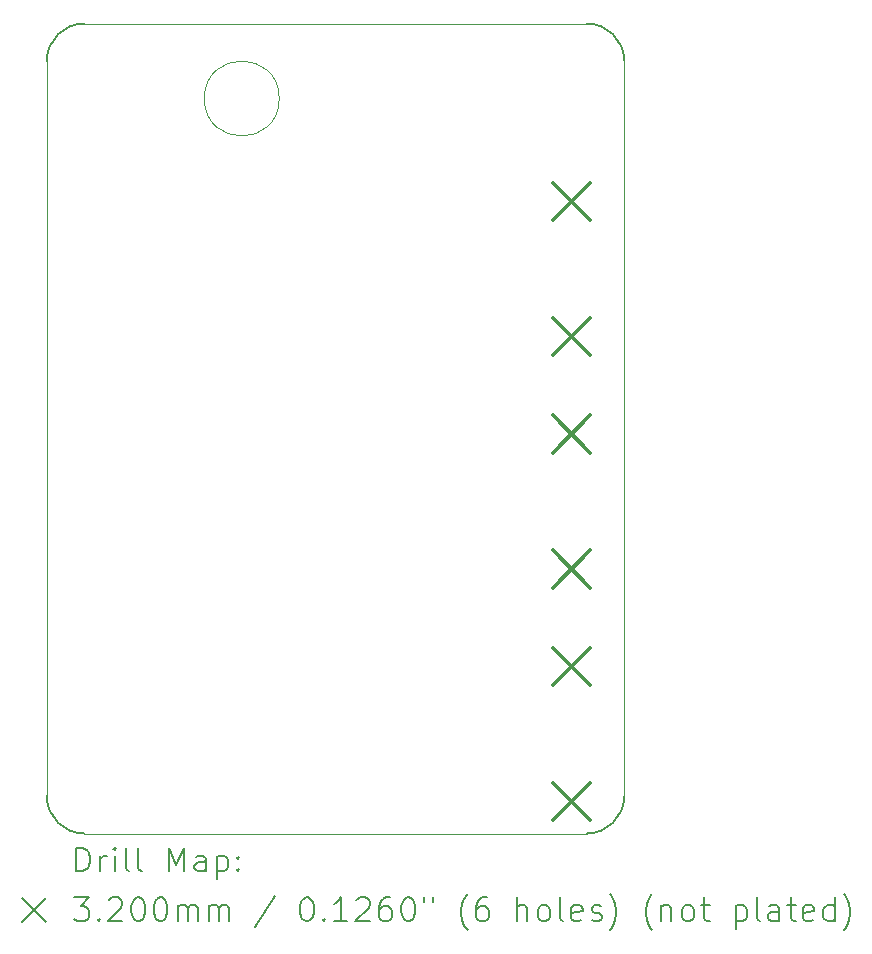
<source format=gbr>
%TF.GenerationSoftware,KiCad,Pcbnew,7.0.9*%
%TF.CreationDate,2024-06-07T23:52:36-04:00*%
%TF.ProjectId,Coms Board V2,436f6d73-2042-46f6-9172-642056322e6b,rev?*%
%TF.SameCoordinates,Original*%
%TF.FileFunction,Drillmap*%
%TF.FilePolarity,Positive*%
%FSLAX45Y45*%
G04 Gerber Fmt 4.5, Leading zero omitted, Abs format (unit mm)*
G04 Created by KiCad (PCBNEW 7.0.9) date 2024-06-07 23:52:36*
%MOMM*%
%LPD*%
G01*
G04 APERTURE LIST*
%ADD10C,0.100000*%
%ADD11C,0.200000*%
%ADD12C,0.320000*%
G04 APERTURE END LIST*
D10*
X17780000Y-12192000D02*
X13525500Y-12192000D01*
D11*
X13525500Y-5334000D02*
G75*
G03*
X13208000Y-5651500I0J-317500D01*
G01*
X13208000Y-11874500D02*
G75*
G03*
X13525500Y-12192000I317500J0D01*
G01*
D10*
X15176500Y-5969000D02*
G75*
G03*
X15176500Y-5969000I-317500J0D01*
G01*
D11*
X17780000Y-12192000D02*
G75*
G03*
X18097500Y-11874500I0J317500D01*
G01*
D10*
X13208000Y-11874500D02*
X13208000Y-5651500D01*
X18097500Y-11874500D02*
X18097500Y-5651500D01*
X17780000Y-5334000D02*
X13525500Y-5334000D01*
D11*
X18097500Y-5651500D02*
G75*
G03*
X17780000Y-5334000I-317500J0D01*
G01*
D12*
X17491000Y-6681750D02*
X17811000Y-7001750D01*
X17811000Y-6681750D02*
X17491000Y-7001750D01*
X17491000Y-7824750D02*
X17811000Y-8144750D01*
X17811000Y-7824750D02*
X17491000Y-8144750D01*
X17491000Y-8650250D02*
X17811000Y-8970250D01*
X17811000Y-8650250D02*
X17491000Y-8970250D01*
X17491000Y-9793250D02*
X17811000Y-10113250D01*
X17811000Y-9793250D02*
X17491000Y-10113250D01*
X17491000Y-10618750D02*
X17811000Y-10938750D01*
X17811000Y-10618750D02*
X17491000Y-10938750D01*
X17491000Y-11761750D02*
X17811000Y-12081750D01*
X17811000Y-11761750D02*
X17491000Y-12081750D01*
D11*
X13458777Y-12513484D02*
X13458777Y-12313484D01*
X13458777Y-12313484D02*
X13506396Y-12313484D01*
X13506396Y-12313484D02*
X13534967Y-12323008D01*
X13534967Y-12323008D02*
X13554015Y-12342055D01*
X13554015Y-12342055D02*
X13563539Y-12361103D01*
X13563539Y-12361103D02*
X13573062Y-12399198D01*
X13573062Y-12399198D02*
X13573062Y-12427769D01*
X13573062Y-12427769D02*
X13563539Y-12465865D01*
X13563539Y-12465865D02*
X13554015Y-12484912D01*
X13554015Y-12484912D02*
X13534967Y-12503960D01*
X13534967Y-12503960D02*
X13506396Y-12513484D01*
X13506396Y-12513484D02*
X13458777Y-12513484D01*
X13658777Y-12513484D02*
X13658777Y-12380150D01*
X13658777Y-12418246D02*
X13668301Y-12399198D01*
X13668301Y-12399198D02*
X13677824Y-12389674D01*
X13677824Y-12389674D02*
X13696872Y-12380150D01*
X13696872Y-12380150D02*
X13715920Y-12380150D01*
X13782586Y-12513484D02*
X13782586Y-12380150D01*
X13782586Y-12313484D02*
X13773062Y-12323008D01*
X13773062Y-12323008D02*
X13782586Y-12332531D01*
X13782586Y-12332531D02*
X13792110Y-12323008D01*
X13792110Y-12323008D02*
X13782586Y-12313484D01*
X13782586Y-12313484D02*
X13782586Y-12332531D01*
X13906396Y-12513484D02*
X13887348Y-12503960D01*
X13887348Y-12503960D02*
X13877824Y-12484912D01*
X13877824Y-12484912D02*
X13877824Y-12313484D01*
X14011158Y-12513484D02*
X13992110Y-12503960D01*
X13992110Y-12503960D02*
X13982586Y-12484912D01*
X13982586Y-12484912D02*
X13982586Y-12313484D01*
X14239729Y-12513484D02*
X14239729Y-12313484D01*
X14239729Y-12313484D02*
X14306396Y-12456341D01*
X14306396Y-12456341D02*
X14373062Y-12313484D01*
X14373062Y-12313484D02*
X14373062Y-12513484D01*
X14554015Y-12513484D02*
X14554015Y-12408722D01*
X14554015Y-12408722D02*
X14544491Y-12389674D01*
X14544491Y-12389674D02*
X14525443Y-12380150D01*
X14525443Y-12380150D02*
X14487348Y-12380150D01*
X14487348Y-12380150D02*
X14468301Y-12389674D01*
X14554015Y-12503960D02*
X14534967Y-12513484D01*
X14534967Y-12513484D02*
X14487348Y-12513484D01*
X14487348Y-12513484D02*
X14468301Y-12503960D01*
X14468301Y-12503960D02*
X14458777Y-12484912D01*
X14458777Y-12484912D02*
X14458777Y-12465865D01*
X14458777Y-12465865D02*
X14468301Y-12446817D01*
X14468301Y-12446817D02*
X14487348Y-12437293D01*
X14487348Y-12437293D02*
X14534967Y-12437293D01*
X14534967Y-12437293D02*
X14554015Y-12427769D01*
X14649253Y-12380150D02*
X14649253Y-12580150D01*
X14649253Y-12389674D02*
X14668301Y-12380150D01*
X14668301Y-12380150D02*
X14706396Y-12380150D01*
X14706396Y-12380150D02*
X14725443Y-12389674D01*
X14725443Y-12389674D02*
X14734967Y-12399198D01*
X14734967Y-12399198D02*
X14744491Y-12418246D01*
X14744491Y-12418246D02*
X14744491Y-12475388D01*
X14744491Y-12475388D02*
X14734967Y-12494436D01*
X14734967Y-12494436D02*
X14725443Y-12503960D01*
X14725443Y-12503960D02*
X14706396Y-12513484D01*
X14706396Y-12513484D02*
X14668301Y-12513484D01*
X14668301Y-12513484D02*
X14649253Y-12503960D01*
X14830205Y-12494436D02*
X14839729Y-12503960D01*
X14839729Y-12503960D02*
X14830205Y-12513484D01*
X14830205Y-12513484D02*
X14820682Y-12503960D01*
X14820682Y-12503960D02*
X14830205Y-12494436D01*
X14830205Y-12494436D02*
X14830205Y-12513484D01*
X14830205Y-12389674D02*
X14839729Y-12399198D01*
X14839729Y-12399198D02*
X14830205Y-12408722D01*
X14830205Y-12408722D02*
X14820682Y-12399198D01*
X14820682Y-12399198D02*
X14830205Y-12389674D01*
X14830205Y-12389674D02*
X14830205Y-12408722D01*
X12998000Y-12742000D02*
X13198000Y-12942000D01*
X13198000Y-12742000D02*
X12998000Y-12942000D01*
X13439729Y-12733484D02*
X13563539Y-12733484D01*
X13563539Y-12733484D02*
X13496872Y-12809674D01*
X13496872Y-12809674D02*
X13525443Y-12809674D01*
X13525443Y-12809674D02*
X13544491Y-12819198D01*
X13544491Y-12819198D02*
X13554015Y-12828722D01*
X13554015Y-12828722D02*
X13563539Y-12847769D01*
X13563539Y-12847769D02*
X13563539Y-12895388D01*
X13563539Y-12895388D02*
X13554015Y-12914436D01*
X13554015Y-12914436D02*
X13544491Y-12923960D01*
X13544491Y-12923960D02*
X13525443Y-12933484D01*
X13525443Y-12933484D02*
X13468301Y-12933484D01*
X13468301Y-12933484D02*
X13449253Y-12923960D01*
X13449253Y-12923960D02*
X13439729Y-12914436D01*
X13649253Y-12914436D02*
X13658777Y-12923960D01*
X13658777Y-12923960D02*
X13649253Y-12933484D01*
X13649253Y-12933484D02*
X13639729Y-12923960D01*
X13639729Y-12923960D02*
X13649253Y-12914436D01*
X13649253Y-12914436D02*
X13649253Y-12933484D01*
X13734967Y-12752531D02*
X13744491Y-12743008D01*
X13744491Y-12743008D02*
X13763539Y-12733484D01*
X13763539Y-12733484D02*
X13811158Y-12733484D01*
X13811158Y-12733484D02*
X13830205Y-12743008D01*
X13830205Y-12743008D02*
X13839729Y-12752531D01*
X13839729Y-12752531D02*
X13849253Y-12771579D01*
X13849253Y-12771579D02*
X13849253Y-12790627D01*
X13849253Y-12790627D02*
X13839729Y-12819198D01*
X13839729Y-12819198D02*
X13725443Y-12933484D01*
X13725443Y-12933484D02*
X13849253Y-12933484D01*
X13973062Y-12733484D02*
X13992110Y-12733484D01*
X13992110Y-12733484D02*
X14011158Y-12743008D01*
X14011158Y-12743008D02*
X14020682Y-12752531D01*
X14020682Y-12752531D02*
X14030205Y-12771579D01*
X14030205Y-12771579D02*
X14039729Y-12809674D01*
X14039729Y-12809674D02*
X14039729Y-12857293D01*
X14039729Y-12857293D02*
X14030205Y-12895388D01*
X14030205Y-12895388D02*
X14020682Y-12914436D01*
X14020682Y-12914436D02*
X14011158Y-12923960D01*
X14011158Y-12923960D02*
X13992110Y-12933484D01*
X13992110Y-12933484D02*
X13973062Y-12933484D01*
X13973062Y-12933484D02*
X13954015Y-12923960D01*
X13954015Y-12923960D02*
X13944491Y-12914436D01*
X13944491Y-12914436D02*
X13934967Y-12895388D01*
X13934967Y-12895388D02*
X13925443Y-12857293D01*
X13925443Y-12857293D02*
X13925443Y-12809674D01*
X13925443Y-12809674D02*
X13934967Y-12771579D01*
X13934967Y-12771579D02*
X13944491Y-12752531D01*
X13944491Y-12752531D02*
X13954015Y-12743008D01*
X13954015Y-12743008D02*
X13973062Y-12733484D01*
X14163539Y-12733484D02*
X14182586Y-12733484D01*
X14182586Y-12733484D02*
X14201634Y-12743008D01*
X14201634Y-12743008D02*
X14211158Y-12752531D01*
X14211158Y-12752531D02*
X14220682Y-12771579D01*
X14220682Y-12771579D02*
X14230205Y-12809674D01*
X14230205Y-12809674D02*
X14230205Y-12857293D01*
X14230205Y-12857293D02*
X14220682Y-12895388D01*
X14220682Y-12895388D02*
X14211158Y-12914436D01*
X14211158Y-12914436D02*
X14201634Y-12923960D01*
X14201634Y-12923960D02*
X14182586Y-12933484D01*
X14182586Y-12933484D02*
X14163539Y-12933484D01*
X14163539Y-12933484D02*
X14144491Y-12923960D01*
X14144491Y-12923960D02*
X14134967Y-12914436D01*
X14134967Y-12914436D02*
X14125443Y-12895388D01*
X14125443Y-12895388D02*
X14115920Y-12857293D01*
X14115920Y-12857293D02*
X14115920Y-12809674D01*
X14115920Y-12809674D02*
X14125443Y-12771579D01*
X14125443Y-12771579D02*
X14134967Y-12752531D01*
X14134967Y-12752531D02*
X14144491Y-12743008D01*
X14144491Y-12743008D02*
X14163539Y-12733484D01*
X14315920Y-12933484D02*
X14315920Y-12800150D01*
X14315920Y-12819198D02*
X14325443Y-12809674D01*
X14325443Y-12809674D02*
X14344491Y-12800150D01*
X14344491Y-12800150D02*
X14373063Y-12800150D01*
X14373063Y-12800150D02*
X14392110Y-12809674D01*
X14392110Y-12809674D02*
X14401634Y-12828722D01*
X14401634Y-12828722D02*
X14401634Y-12933484D01*
X14401634Y-12828722D02*
X14411158Y-12809674D01*
X14411158Y-12809674D02*
X14430205Y-12800150D01*
X14430205Y-12800150D02*
X14458777Y-12800150D01*
X14458777Y-12800150D02*
X14477824Y-12809674D01*
X14477824Y-12809674D02*
X14487348Y-12828722D01*
X14487348Y-12828722D02*
X14487348Y-12933484D01*
X14582586Y-12933484D02*
X14582586Y-12800150D01*
X14582586Y-12819198D02*
X14592110Y-12809674D01*
X14592110Y-12809674D02*
X14611158Y-12800150D01*
X14611158Y-12800150D02*
X14639729Y-12800150D01*
X14639729Y-12800150D02*
X14658777Y-12809674D01*
X14658777Y-12809674D02*
X14668301Y-12828722D01*
X14668301Y-12828722D02*
X14668301Y-12933484D01*
X14668301Y-12828722D02*
X14677824Y-12809674D01*
X14677824Y-12809674D02*
X14696872Y-12800150D01*
X14696872Y-12800150D02*
X14725443Y-12800150D01*
X14725443Y-12800150D02*
X14744491Y-12809674D01*
X14744491Y-12809674D02*
X14754015Y-12828722D01*
X14754015Y-12828722D02*
X14754015Y-12933484D01*
X15144491Y-12723960D02*
X14973063Y-12981103D01*
X15401634Y-12733484D02*
X15420682Y-12733484D01*
X15420682Y-12733484D02*
X15439729Y-12743008D01*
X15439729Y-12743008D02*
X15449253Y-12752531D01*
X15449253Y-12752531D02*
X15458777Y-12771579D01*
X15458777Y-12771579D02*
X15468301Y-12809674D01*
X15468301Y-12809674D02*
X15468301Y-12857293D01*
X15468301Y-12857293D02*
X15458777Y-12895388D01*
X15458777Y-12895388D02*
X15449253Y-12914436D01*
X15449253Y-12914436D02*
X15439729Y-12923960D01*
X15439729Y-12923960D02*
X15420682Y-12933484D01*
X15420682Y-12933484D02*
X15401634Y-12933484D01*
X15401634Y-12933484D02*
X15382586Y-12923960D01*
X15382586Y-12923960D02*
X15373063Y-12914436D01*
X15373063Y-12914436D02*
X15363539Y-12895388D01*
X15363539Y-12895388D02*
X15354015Y-12857293D01*
X15354015Y-12857293D02*
X15354015Y-12809674D01*
X15354015Y-12809674D02*
X15363539Y-12771579D01*
X15363539Y-12771579D02*
X15373063Y-12752531D01*
X15373063Y-12752531D02*
X15382586Y-12743008D01*
X15382586Y-12743008D02*
X15401634Y-12733484D01*
X15554015Y-12914436D02*
X15563539Y-12923960D01*
X15563539Y-12923960D02*
X15554015Y-12933484D01*
X15554015Y-12933484D02*
X15544491Y-12923960D01*
X15544491Y-12923960D02*
X15554015Y-12914436D01*
X15554015Y-12914436D02*
X15554015Y-12933484D01*
X15754015Y-12933484D02*
X15639729Y-12933484D01*
X15696872Y-12933484D02*
X15696872Y-12733484D01*
X15696872Y-12733484D02*
X15677825Y-12762055D01*
X15677825Y-12762055D02*
X15658777Y-12781103D01*
X15658777Y-12781103D02*
X15639729Y-12790627D01*
X15830206Y-12752531D02*
X15839729Y-12743008D01*
X15839729Y-12743008D02*
X15858777Y-12733484D01*
X15858777Y-12733484D02*
X15906396Y-12733484D01*
X15906396Y-12733484D02*
X15925444Y-12743008D01*
X15925444Y-12743008D02*
X15934967Y-12752531D01*
X15934967Y-12752531D02*
X15944491Y-12771579D01*
X15944491Y-12771579D02*
X15944491Y-12790627D01*
X15944491Y-12790627D02*
X15934967Y-12819198D01*
X15934967Y-12819198D02*
X15820682Y-12933484D01*
X15820682Y-12933484D02*
X15944491Y-12933484D01*
X16115920Y-12733484D02*
X16077825Y-12733484D01*
X16077825Y-12733484D02*
X16058777Y-12743008D01*
X16058777Y-12743008D02*
X16049253Y-12752531D01*
X16049253Y-12752531D02*
X16030206Y-12781103D01*
X16030206Y-12781103D02*
X16020682Y-12819198D01*
X16020682Y-12819198D02*
X16020682Y-12895388D01*
X16020682Y-12895388D02*
X16030206Y-12914436D01*
X16030206Y-12914436D02*
X16039729Y-12923960D01*
X16039729Y-12923960D02*
X16058777Y-12933484D01*
X16058777Y-12933484D02*
X16096872Y-12933484D01*
X16096872Y-12933484D02*
X16115920Y-12923960D01*
X16115920Y-12923960D02*
X16125444Y-12914436D01*
X16125444Y-12914436D02*
X16134967Y-12895388D01*
X16134967Y-12895388D02*
X16134967Y-12847769D01*
X16134967Y-12847769D02*
X16125444Y-12828722D01*
X16125444Y-12828722D02*
X16115920Y-12819198D01*
X16115920Y-12819198D02*
X16096872Y-12809674D01*
X16096872Y-12809674D02*
X16058777Y-12809674D01*
X16058777Y-12809674D02*
X16039729Y-12819198D01*
X16039729Y-12819198D02*
X16030206Y-12828722D01*
X16030206Y-12828722D02*
X16020682Y-12847769D01*
X16258777Y-12733484D02*
X16277825Y-12733484D01*
X16277825Y-12733484D02*
X16296872Y-12743008D01*
X16296872Y-12743008D02*
X16306396Y-12752531D01*
X16306396Y-12752531D02*
X16315920Y-12771579D01*
X16315920Y-12771579D02*
X16325444Y-12809674D01*
X16325444Y-12809674D02*
X16325444Y-12857293D01*
X16325444Y-12857293D02*
X16315920Y-12895388D01*
X16315920Y-12895388D02*
X16306396Y-12914436D01*
X16306396Y-12914436D02*
X16296872Y-12923960D01*
X16296872Y-12923960D02*
X16277825Y-12933484D01*
X16277825Y-12933484D02*
X16258777Y-12933484D01*
X16258777Y-12933484D02*
X16239729Y-12923960D01*
X16239729Y-12923960D02*
X16230206Y-12914436D01*
X16230206Y-12914436D02*
X16220682Y-12895388D01*
X16220682Y-12895388D02*
X16211158Y-12857293D01*
X16211158Y-12857293D02*
X16211158Y-12809674D01*
X16211158Y-12809674D02*
X16220682Y-12771579D01*
X16220682Y-12771579D02*
X16230206Y-12752531D01*
X16230206Y-12752531D02*
X16239729Y-12743008D01*
X16239729Y-12743008D02*
X16258777Y-12733484D01*
X16401634Y-12733484D02*
X16401634Y-12771579D01*
X16477825Y-12733484D02*
X16477825Y-12771579D01*
X16773063Y-13009674D02*
X16763539Y-13000150D01*
X16763539Y-13000150D02*
X16744491Y-12971579D01*
X16744491Y-12971579D02*
X16734968Y-12952531D01*
X16734968Y-12952531D02*
X16725444Y-12923960D01*
X16725444Y-12923960D02*
X16715920Y-12876341D01*
X16715920Y-12876341D02*
X16715920Y-12838246D01*
X16715920Y-12838246D02*
X16725444Y-12790627D01*
X16725444Y-12790627D02*
X16734968Y-12762055D01*
X16734968Y-12762055D02*
X16744491Y-12743008D01*
X16744491Y-12743008D02*
X16763539Y-12714436D01*
X16763539Y-12714436D02*
X16773063Y-12704912D01*
X16934968Y-12733484D02*
X16896872Y-12733484D01*
X16896872Y-12733484D02*
X16877825Y-12743008D01*
X16877825Y-12743008D02*
X16868301Y-12752531D01*
X16868301Y-12752531D02*
X16849253Y-12781103D01*
X16849253Y-12781103D02*
X16839730Y-12819198D01*
X16839730Y-12819198D02*
X16839730Y-12895388D01*
X16839730Y-12895388D02*
X16849253Y-12914436D01*
X16849253Y-12914436D02*
X16858777Y-12923960D01*
X16858777Y-12923960D02*
X16877825Y-12933484D01*
X16877825Y-12933484D02*
X16915920Y-12933484D01*
X16915920Y-12933484D02*
X16934968Y-12923960D01*
X16934968Y-12923960D02*
X16944491Y-12914436D01*
X16944491Y-12914436D02*
X16954015Y-12895388D01*
X16954015Y-12895388D02*
X16954015Y-12847769D01*
X16954015Y-12847769D02*
X16944491Y-12828722D01*
X16944491Y-12828722D02*
X16934968Y-12819198D01*
X16934968Y-12819198D02*
X16915920Y-12809674D01*
X16915920Y-12809674D02*
X16877825Y-12809674D01*
X16877825Y-12809674D02*
X16858777Y-12819198D01*
X16858777Y-12819198D02*
X16849253Y-12828722D01*
X16849253Y-12828722D02*
X16839730Y-12847769D01*
X17192111Y-12933484D02*
X17192111Y-12733484D01*
X17277825Y-12933484D02*
X17277825Y-12828722D01*
X17277825Y-12828722D02*
X17268301Y-12809674D01*
X17268301Y-12809674D02*
X17249253Y-12800150D01*
X17249253Y-12800150D02*
X17220682Y-12800150D01*
X17220682Y-12800150D02*
X17201634Y-12809674D01*
X17201634Y-12809674D02*
X17192111Y-12819198D01*
X17401634Y-12933484D02*
X17382587Y-12923960D01*
X17382587Y-12923960D02*
X17373063Y-12914436D01*
X17373063Y-12914436D02*
X17363539Y-12895388D01*
X17363539Y-12895388D02*
X17363539Y-12838246D01*
X17363539Y-12838246D02*
X17373063Y-12819198D01*
X17373063Y-12819198D02*
X17382587Y-12809674D01*
X17382587Y-12809674D02*
X17401634Y-12800150D01*
X17401634Y-12800150D02*
X17430206Y-12800150D01*
X17430206Y-12800150D02*
X17449253Y-12809674D01*
X17449253Y-12809674D02*
X17458777Y-12819198D01*
X17458777Y-12819198D02*
X17468301Y-12838246D01*
X17468301Y-12838246D02*
X17468301Y-12895388D01*
X17468301Y-12895388D02*
X17458777Y-12914436D01*
X17458777Y-12914436D02*
X17449253Y-12923960D01*
X17449253Y-12923960D02*
X17430206Y-12933484D01*
X17430206Y-12933484D02*
X17401634Y-12933484D01*
X17582587Y-12933484D02*
X17563539Y-12923960D01*
X17563539Y-12923960D02*
X17554015Y-12904912D01*
X17554015Y-12904912D02*
X17554015Y-12733484D01*
X17734968Y-12923960D02*
X17715920Y-12933484D01*
X17715920Y-12933484D02*
X17677825Y-12933484D01*
X17677825Y-12933484D02*
X17658777Y-12923960D01*
X17658777Y-12923960D02*
X17649253Y-12904912D01*
X17649253Y-12904912D02*
X17649253Y-12828722D01*
X17649253Y-12828722D02*
X17658777Y-12809674D01*
X17658777Y-12809674D02*
X17677825Y-12800150D01*
X17677825Y-12800150D02*
X17715920Y-12800150D01*
X17715920Y-12800150D02*
X17734968Y-12809674D01*
X17734968Y-12809674D02*
X17744492Y-12828722D01*
X17744492Y-12828722D02*
X17744492Y-12847769D01*
X17744492Y-12847769D02*
X17649253Y-12866817D01*
X17820682Y-12923960D02*
X17839730Y-12933484D01*
X17839730Y-12933484D02*
X17877825Y-12933484D01*
X17877825Y-12933484D02*
X17896873Y-12923960D01*
X17896873Y-12923960D02*
X17906396Y-12904912D01*
X17906396Y-12904912D02*
X17906396Y-12895388D01*
X17906396Y-12895388D02*
X17896873Y-12876341D01*
X17896873Y-12876341D02*
X17877825Y-12866817D01*
X17877825Y-12866817D02*
X17849253Y-12866817D01*
X17849253Y-12866817D02*
X17830206Y-12857293D01*
X17830206Y-12857293D02*
X17820682Y-12838246D01*
X17820682Y-12838246D02*
X17820682Y-12828722D01*
X17820682Y-12828722D02*
X17830206Y-12809674D01*
X17830206Y-12809674D02*
X17849253Y-12800150D01*
X17849253Y-12800150D02*
X17877825Y-12800150D01*
X17877825Y-12800150D02*
X17896873Y-12809674D01*
X17973063Y-13009674D02*
X17982587Y-13000150D01*
X17982587Y-13000150D02*
X18001634Y-12971579D01*
X18001634Y-12971579D02*
X18011158Y-12952531D01*
X18011158Y-12952531D02*
X18020682Y-12923960D01*
X18020682Y-12923960D02*
X18030206Y-12876341D01*
X18030206Y-12876341D02*
X18030206Y-12838246D01*
X18030206Y-12838246D02*
X18020682Y-12790627D01*
X18020682Y-12790627D02*
X18011158Y-12762055D01*
X18011158Y-12762055D02*
X18001634Y-12743008D01*
X18001634Y-12743008D02*
X17982587Y-12714436D01*
X17982587Y-12714436D02*
X17973063Y-12704912D01*
X18334968Y-13009674D02*
X18325444Y-13000150D01*
X18325444Y-13000150D02*
X18306396Y-12971579D01*
X18306396Y-12971579D02*
X18296873Y-12952531D01*
X18296873Y-12952531D02*
X18287349Y-12923960D01*
X18287349Y-12923960D02*
X18277825Y-12876341D01*
X18277825Y-12876341D02*
X18277825Y-12838246D01*
X18277825Y-12838246D02*
X18287349Y-12790627D01*
X18287349Y-12790627D02*
X18296873Y-12762055D01*
X18296873Y-12762055D02*
X18306396Y-12743008D01*
X18306396Y-12743008D02*
X18325444Y-12714436D01*
X18325444Y-12714436D02*
X18334968Y-12704912D01*
X18411158Y-12800150D02*
X18411158Y-12933484D01*
X18411158Y-12819198D02*
X18420682Y-12809674D01*
X18420682Y-12809674D02*
X18439730Y-12800150D01*
X18439730Y-12800150D02*
X18468301Y-12800150D01*
X18468301Y-12800150D02*
X18487349Y-12809674D01*
X18487349Y-12809674D02*
X18496873Y-12828722D01*
X18496873Y-12828722D02*
X18496873Y-12933484D01*
X18620682Y-12933484D02*
X18601634Y-12923960D01*
X18601634Y-12923960D02*
X18592111Y-12914436D01*
X18592111Y-12914436D02*
X18582587Y-12895388D01*
X18582587Y-12895388D02*
X18582587Y-12838246D01*
X18582587Y-12838246D02*
X18592111Y-12819198D01*
X18592111Y-12819198D02*
X18601634Y-12809674D01*
X18601634Y-12809674D02*
X18620682Y-12800150D01*
X18620682Y-12800150D02*
X18649254Y-12800150D01*
X18649254Y-12800150D02*
X18668301Y-12809674D01*
X18668301Y-12809674D02*
X18677825Y-12819198D01*
X18677825Y-12819198D02*
X18687349Y-12838246D01*
X18687349Y-12838246D02*
X18687349Y-12895388D01*
X18687349Y-12895388D02*
X18677825Y-12914436D01*
X18677825Y-12914436D02*
X18668301Y-12923960D01*
X18668301Y-12923960D02*
X18649254Y-12933484D01*
X18649254Y-12933484D02*
X18620682Y-12933484D01*
X18744492Y-12800150D02*
X18820682Y-12800150D01*
X18773063Y-12733484D02*
X18773063Y-12904912D01*
X18773063Y-12904912D02*
X18782587Y-12923960D01*
X18782587Y-12923960D02*
X18801634Y-12933484D01*
X18801634Y-12933484D02*
X18820682Y-12933484D01*
X19039730Y-12800150D02*
X19039730Y-13000150D01*
X19039730Y-12809674D02*
X19058777Y-12800150D01*
X19058777Y-12800150D02*
X19096873Y-12800150D01*
X19096873Y-12800150D02*
X19115920Y-12809674D01*
X19115920Y-12809674D02*
X19125444Y-12819198D01*
X19125444Y-12819198D02*
X19134968Y-12838246D01*
X19134968Y-12838246D02*
X19134968Y-12895388D01*
X19134968Y-12895388D02*
X19125444Y-12914436D01*
X19125444Y-12914436D02*
X19115920Y-12923960D01*
X19115920Y-12923960D02*
X19096873Y-12933484D01*
X19096873Y-12933484D02*
X19058777Y-12933484D01*
X19058777Y-12933484D02*
X19039730Y-12923960D01*
X19249254Y-12933484D02*
X19230206Y-12923960D01*
X19230206Y-12923960D02*
X19220682Y-12904912D01*
X19220682Y-12904912D02*
X19220682Y-12733484D01*
X19411158Y-12933484D02*
X19411158Y-12828722D01*
X19411158Y-12828722D02*
X19401635Y-12809674D01*
X19401635Y-12809674D02*
X19382587Y-12800150D01*
X19382587Y-12800150D02*
X19344492Y-12800150D01*
X19344492Y-12800150D02*
X19325444Y-12809674D01*
X19411158Y-12923960D02*
X19392111Y-12933484D01*
X19392111Y-12933484D02*
X19344492Y-12933484D01*
X19344492Y-12933484D02*
X19325444Y-12923960D01*
X19325444Y-12923960D02*
X19315920Y-12904912D01*
X19315920Y-12904912D02*
X19315920Y-12885865D01*
X19315920Y-12885865D02*
X19325444Y-12866817D01*
X19325444Y-12866817D02*
X19344492Y-12857293D01*
X19344492Y-12857293D02*
X19392111Y-12857293D01*
X19392111Y-12857293D02*
X19411158Y-12847769D01*
X19477825Y-12800150D02*
X19554015Y-12800150D01*
X19506396Y-12733484D02*
X19506396Y-12904912D01*
X19506396Y-12904912D02*
X19515920Y-12923960D01*
X19515920Y-12923960D02*
X19534968Y-12933484D01*
X19534968Y-12933484D02*
X19554015Y-12933484D01*
X19696873Y-12923960D02*
X19677825Y-12933484D01*
X19677825Y-12933484D02*
X19639730Y-12933484D01*
X19639730Y-12933484D02*
X19620682Y-12923960D01*
X19620682Y-12923960D02*
X19611158Y-12904912D01*
X19611158Y-12904912D02*
X19611158Y-12828722D01*
X19611158Y-12828722D02*
X19620682Y-12809674D01*
X19620682Y-12809674D02*
X19639730Y-12800150D01*
X19639730Y-12800150D02*
X19677825Y-12800150D01*
X19677825Y-12800150D02*
X19696873Y-12809674D01*
X19696873Y-12809674D02*
X19706396Y-12828722D01*
X19706396Y-12828722D02*
X19706396Y-12847769D01*
X19706396Y-12847769D02*
X19611158Y-12866817D01*
X19877825Y-12933484D02*
X19877825Y-12733484D01*
X19877825Y-12923960D02*
X19858777Y-12933484D01*
X19858777Y-12933484D02*
X19820682Y-12933484D01*
X19820682Y-12933484D02*
X19801635Y-12923960D01*
X19801635Y-12923960D02*
X19792111Y-12914436D01*
X19792111Y-12914436D02*
X19782587Y-12895388D01*
X19782587Y-12895388D02*
X19782587Y-12838246D01*
X19782587Y-12838246D02*
X19792111Y-12819198D01*
X19792111Y-12819198D02*
X19801635Y-12809674D01*
X19801635Y-12809674D02*
X19820682Y-12800150D01*
X19820682Y-12800150D02*
X19858777Y-12800150D01*
X19858777Y-12800150D02*
X19877825Y-12809674D01*
X19954016Y-13009674D02*
X19963539Y-13000150D01*
X19963539Y-13000150D02*
X19982587Y-12971579D01*
X19982587Y-12971579D02*
X19992111Y-12952531D01*
X19992111Y-12952531D02*
X20001635Y-12923960D01*
X20001635Y-12923960D02*
X20011158Y-12876341D01*
X20011158Y-12876341D02*
X20011158Y-12838246D01*
X20011158Y-12838246D02*
X20001635Y-12790627D01*
X20001635Y-12790627D02*
X19992111Y-12762055D01*
X19992111Y-12762055D02*
X19982587Y-12743008D01*
X19982587Y-12743008D02*
X19963539Y-12714436D01*
X19963539Y-12714436D02*
X19954016Y-12704912D01*
M02*

</source>
